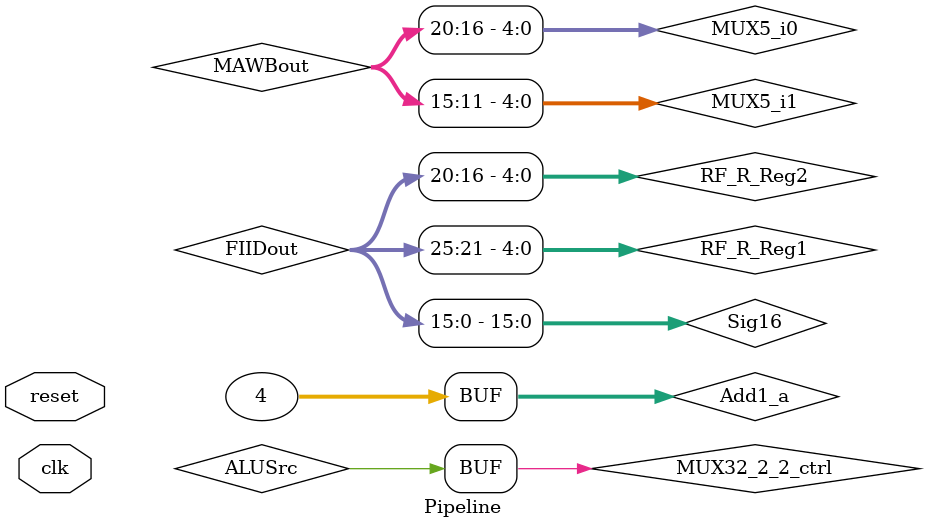
<source format=v>
`timescale 1ns/1ps
module Pipeline (
    input clk,
    input reset
);
    wire [31:0] Inst_Addr, Inst, PC_in, PC_out, FIIDout, IDEXout, EXMAout, MAWBout, NPC1, NPC2, NPC3;
    wire [31:0] RF_R_data1, RF_R_data2, RF_W_data;
    wire [31:0] DM_Addr, DM_R_data, DM_W_data;
    wire [31:0] Add1_a, Add1_b, Add1_c, Add2_a, Add2_b, Add2_c;
    wire [31:0] SHL32_in, SHL32_out;
    wire [31:0] MUX32_2_1_i0, MUX32_2_1_i1, MUX32_2_1_out;
    wire [31:0] MUX32_2_2_i0, MUX32_2_2_i1, MUX32_2_2_out;
    wire [31:0] MUX32_2_3_i0, MUX32_2_3_i1, MUX32_2_3_out;
    wire [31:0] MUX32_4_1_i0, MUX32_4_1_i1, MUX32_4_1_i2, MUX32_4_1_i3, MUX32_4_1_out;
    wire [31:0] Sig32;
    wire [31:0] ALU_a, ALU_b, ALU_c;
    wire [31:0] EXMA_Rtout, IDEX_Rtout;
    wire [27:0] SHL26_out;
    wire [25:0] Addr26, SHL26_in;
    wire [15:0] Imm16, Sig16;
    wire [5:0] OP_Code, Func, ALUCU_funct;
    wire [4:0] RF_R_Reg1, RF_R_Reg2, RF_W_Reg;
    wire [4:0] Rs, Rt, Rd, Shamt;
    wire [4:0] MUX5_i0, MUX5_i1, MUX5_out;
    wire [2:0] ALUCtrl, ALU_mod;
    wire [1:0]  MUX32_4_1_c, ALUOp;
    wire ALUSrc, RegDst, RegWr, MemtoReg, MemRd, MemWr, Jump, Branch, PCSrc;
    wire RF_W, DM_R, DM_W, ALU_z, ALU_o, ZF;
    wire MUX32_2_1_ctrl, MUX32_2_2_ctrl, MUX32_2_3_ctrl, MUX5_ctrl;

    assign Add1_a = 4;
    assign Add1_b = PC_out;
    assign Add2_b = SHL32_out;
    assign ALU_b = MUX32_2_2_out;
    assign ALU_mod = ALUCtrl;
    assign ALUCU_funct = Func;
    assign Func = IDEXout[5:0];
    assign DM_R  = MemRd;
    assign DM_W = MemWr;
    assign DM_W_data = EXMA_Rtout;
    assign Inst_Addr = PC_out;
    assign MUX5_ctrl = RegDst;
    assign MUX5_i0 = MAWBout[20:16];
    assign MUX5_i1 = MAWBout[15:11]; 
    assign MUX32_2_1_ctrl = MemtoReg;
    assign MUX32_2_2_i0 = IDEX_Rtout;
    assign MUX32_2_2_ctrl = ALUSrc;
    assign PCSrc = (ZF & Branch) | Jump;
    assign MUX32_2_3_ctrl = PCSrc;
    assign MUX32_2_3_i0 = Add1_c;
    assign MUX32_2_3_i1 = MUX32_4_1_out;
    assign MUX32_4_1_c = {ZF & Branch , Jump};
    assign PC_in = MUX32_2_3_out;
    assign RF_W = RegWr;
    assign RF_W_data = MUX32_2_1_out;
    assign RF_W_Reg = MUX5_out;
    assign RF_R_Reg1 = FIIDout[25:21];
    assign RF_R_Reg2 = FIIDout[20:16];
    assign SHL26_in = IDEXout[25:0];
    assign SHL32_in = MUX32_2_2_i1;
    assign Sig16 = FIIDout[15:0];
    assign NPC2 = Add2_c;
    assign NPC3 = {{Add2_a[31:28]}, {SHL26_out}};

    ADD32 add1(Add1_a, Add1_b, Add1_c), add2(Add2_a, Add2_b, Add2_c);
    ALU alu(ALU_a, ALU_b, ALU_c, ALU_mod, ALU_z, ALU_o);
    ALUCU alucu(ALUOp, ALUCU_funct, ALUCtrl);
    DM dm(.R_Enable(DM_R), .W_Enable(DM_W), .Addr(DM_Addr), .R_data(DM_R_data), .W_data(DM_W_data));
    IM im(Inst_Addr, Inst);
    EXMCU exmcu(.Inst(IDEXout), .ALUOp(ALUOp),  .ALUSrc(ALUSrc));
    MAMCU mamcu(.Inst(EXMAout), .MemRd(MemRd), .MemWr(MemWr), .Jump(Jump), .Branch(Branch));
    WBMCU wbmcu(.Inst(MAWBout), .RegWr(RegWr), .MemtoReg(MemtoReg), .RegDst(RegDst));
    MUX5 mux5(MUX5_ctrl, MUX5_i0, MUX5_i1, MUX5_out);
    MUX32_2 mux32_2_1(MUX32_2_1_ctrl, MUX32_2_1_i0, MUX32_2_1_i1, MUX32_2_1_out);
    MUX32_2 mux32_2_2(MUX32_2_2_ctrl, MUX32_2_2_i0, MUX32_2_2_i1, MUX32_2_2_out);
    MUX32_2 mux32_2_3(MUX32_2_3_ctrl, MUX32_2_3_i0, MUX32_2_3_i1, MUX32_2_3_out);
    MUX32_4 mux32_4_1(MUX32_4_1_c, MUX32_4_1_i0, MUX32_4_1_i1, MUX32_4_1_i2, MUX32_4_1_i3, MUX32_4_1_out);
    PC pc(clk, reset, PC_in, PC_out);
    RF rf(.clk(clk), .W_Enable(RF_W), .W_Reg(RF_W_Reg), .W_data(RF_W_data), .R_Reg1(RF_R_Reg1), .R_Reg2(RF_R_Reg2), .R_data1(RF_R_data1), .R_data2(RF_R_data2));
    SHL2_26 shl2_26(SHL26_in, SHL26_out);
    SHL2_32 shl2_32(SHL32_in, SHL32_out); 
    SigExt sigext(Sig16, Sig32);
    FIID fiid(.clk(clk), .NPC1in(Add1_c), .NPC1out(NPC1), .IRin(Inst), .IRout(FIIDout), .OP_Code(OP_Code), .Rs(Rs), .Rt(Rt), .Imm16(Imm16));
    IDEX idex(.clk(clk), .NPC1in(NPC1), .NPC1out(Add2_a), .Rsin(RF_R_data1), .Rtin(RF_R_data2), .Imm32in(Sig32), .IRin(FIIDout), .Rsout(ALU_a), .Rtout(IDEX_Rtout), .Imm32out(MUX32_2_2_i1), .IRout(IDEXout));
    EXMA exma(.clk(clk), .NPC3in(NPC3), .NPC2in(NPC2), .Rtin(IDEX_Rtout), .ALUOutin(ALU_c), .IRin(IDEXout), .NPC2out(MUX32_4_1_i2), .NPC3out(MUX32_4_1_i1), .ALUOutout(DM_Addr), .Rtout(EXMA_Rtout), .IRout(EXMAout), .Flagin(ALU_z), .Flagout(ZF));
    MAWB mawb(.clk(clk), .MEMOutin(DM_R_data), .ALUOutin(DM_Addr), .IRin(EXMAout), .MEMOutout(MUX32_2_1_i1), .ALUOutout(MUX32_2_1_i0), .IRout(MAWBout));

endmodule
</source>
